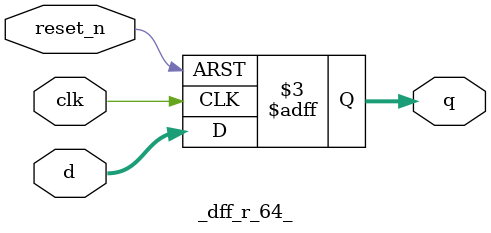
<source format=v>
module _dff_r_64_(clk, reset_n, d, q);
	input clk, reset_n;
	input [63:0] d;
	output reg [63:0] q;
	
	// 64 bit flip flop
	always@(posedge clk or negedge reset_n)
	begin
		if(reset_n == 0) q <= 0;
		else q <= d;
	end
endmodule
	
</source>
